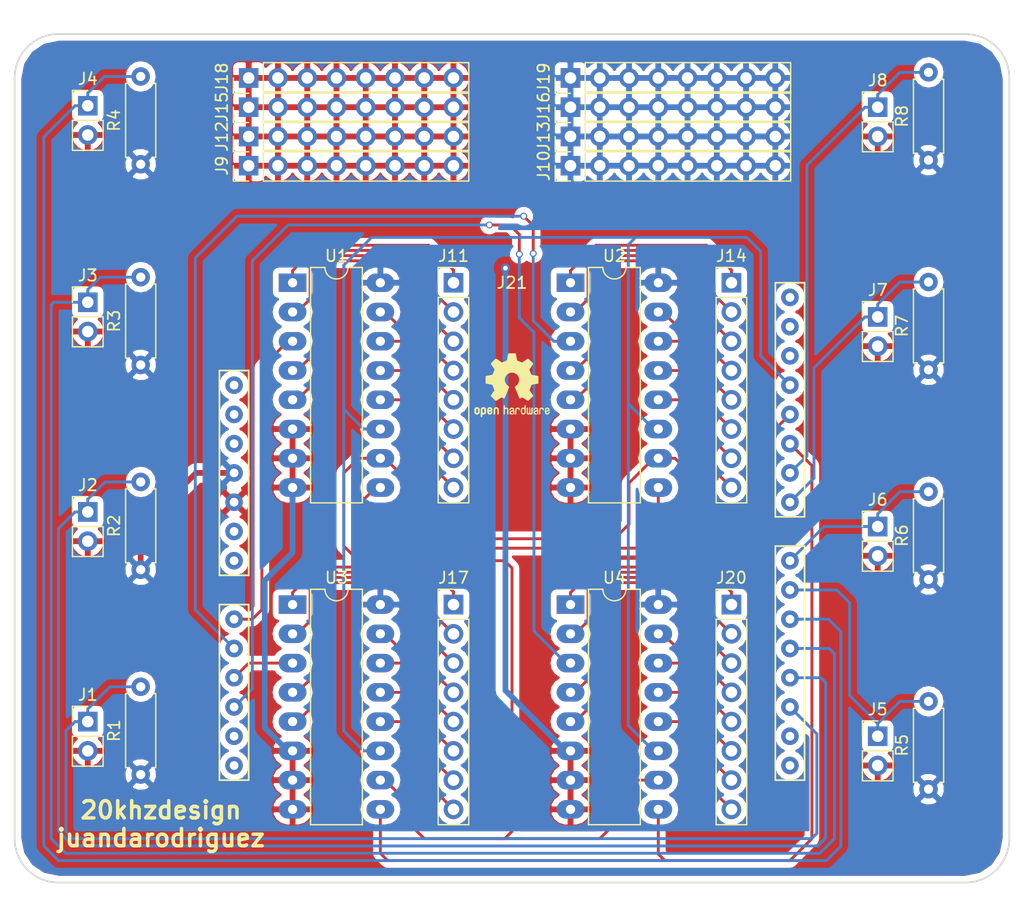
<source format=kicad_pcb>
(kicad_pcb (version 4) (host pcbnew 4.0.7)
  (title_block (title "8 channels midi controller") (date 2017-10-26) (company 20khzdesign) (comment 1 "juanda rodriguez") (comment 2 piero))
  (layers (0 F.Cu signal) (31 B.Cu signal) (34 B.Paste user) (35 F.Paste user) (36 B.SilkS user) (37 F.SilkS user) (38 B.Mask user) (39 F.Mask user) (44 Edge.Cuts user))
  (net 0 "")
  (net 1 D2)
  (net 2 GND)
  (net 3 D3)
  (net 4 D4)
  (net 5 D5)
  (net 6 +5V)
  (net 7 P0_0)
  (net 8 P0_1)
  (net 9 P0_2)
  (net 10 P0_3)
  (net 11 P1_0)
  (net 12 P1_1)
  (net 13 P1_2)
  (net 14 P1_3)
  (net 15 P2_0)
  (net 16 P2_1)
  (net 17 P2_2)
  (net 18 P2_3)
  (net 19 P3_0)
  (net 20 P3_1)
  (net 21 P3_2)
  (net 22 P3_3)
  (net 23 D6)
  (net 24 D7)
  (net 25 D8)
  (net 26 D9)
  (net 27 P4_0)
  (net 28 P4_1)
  (net 29 P4_2)
  (net 30 P4_3)
  (net 31 P5_0)
  (net 32 P5_1)
  (net 33 P5_2)
  (net 34 P5_3)
  (net 35 P6_0)
  (net 36 P6_1)
  (net 37 P6_2)
  (net 38 P6_3)
  (net 39 P7_0)
  (net 40 P7_1)
  (net 41 P7_2)
  (net 42 P7_3)
  (net 43 D12)
  (net 44 D11)
  (net 45 D10)
  (net 46 A0)
  (net 47 A1)
  (net 48 A2)
  (net 49 A3)
  (net 50 "Net-(J21-Pad1)")
  (net 51 "Net-(J21-Pad2)")
  (net 52 "Net-(J21-Pad3)")
  (net 53 "Net-(J21-Pad6)")
  (net 54 "Net-(J21-Pad7)")
  (net 55 "Net-(J21-Pad12)")
  (net 56 "Net-(J21-Pad13)")
  (net 57 "Net-(J21-Pad14)")
  (net 58 "Net-(J21-Pad15)")
  (net 59 "Net-(J21-Pad27)")
  (net 60 "Net-(J21-Pad28)")
  (net 61 "Net-(J21-Pad29)")
  (module Housings_DIP:DIP-16_W7.62mm_LongPads (layer F.Cu) (at 135.8905 86.3603)
    (fp_text reference U1 (at 3.81 -2.33) (layer F.SilkS))
    (fp_text value 4051)
    (pad 1 thru_hole rect (at 0 0) (size 2.4 1.6) (drill 0.8) (layers *.Cu *.Mask) (net 7 P0_0))
    (pad 9 thru_hole oval (at 7.62 17.78) (size 2.4 1.6) (drill 0.8) (layers *.Cu *.Mask) (net 45 D10))
    (pad 2 thru_hole oval (at 0 2.54) (size 2.4 1.6) (drill 0.8) (layers *.Cu *.Mask) (net 11 P1_0))
    (pad 10 thru_hole oval (at 7.62 15.24) (size 2.4 1.6) (drill 0.8) (layers *.Cu *.Mask) (net 44 D11))
    (pad 3 thru_hole oval (at 0 5.08) (size 2.4 1.6) (drill 0.8) (layers *.Cu *.Mask) (net 46 A0))
    (pad 11 thru_hole oval (at 7.62 12.7) (size 2.4 1.6) (drill 0.8) (layers *.Cu *.Mask) (net 43 D12))
    (pad 4 thru_hole oval (at 0 7.62) (size 2.4 1.6) (drill 0.8) (layers *.Cu *.Mask) (net 15 P2_0))
    (pad 12 thru_hole oval (at 7.62 10.16) (size 2.4 1.6) (drill 0.8) (layers *.Cu *.Mask) (net 39 P7_0))
    (pad 5 thru_hole oval (at 0 10.16) (size 2.4 1.6) (drill 0.8) (layers *.Cu *.Mask) (net 19 P3_0))
    (pad 13 thru_hole oval (at 7.62 7.62) (size 2.4 1.6) (drill 0.8) (layers *.Cu *.Mask) (net 35 P6_0))
    (pad 6 thru_hole oval (at 0 12.7) (size 2.4 1.6) (drill 0.8) (layers *.Cu *.Mask) (net 2 GND))
    (pad 14 thru_hole oval (at 7.62 5.08) (size 2.4 1.6) (drill 0.8) (layers *.Cu *.Mask) (net 31 P5_0))
    (pad 7 thru_hole oval (at 0 15.24) (size 2.4 1.6) (drill 0.8) (layers *.Cu *.Mask) (net 2 GND))
    (pad 15 thru_hole oval (at 7.62 2.54) (size 2.4 1.6) (drill 0.8) (layers *.Cu *.Mask) (net 27 P4_0))
    (pad 8 thru_hole oval (at 0 17.78) (size 2.4 1.6) (drill 0.8) (layers *.Cu *.Mask) (net 2 GND))
    (pad 16 thru_hole oval (at 7.62 0) (size 2.4 1.6) (drill 0.8) (layers *.Cu *.Mask) (net 6 +5V))
  )
  (module Pin_Headers:Pin_Header_Straight_1x02_Pitch2.54mm (layer F.Cu) (at 118.1105 124.460299)
    (fp_text reference J1 (at 0 -2.33) (layer F.SilkS))
    (fp_text value Conn_01x02_Male)
    (pad 1 thru_hole rect (at 0 0) (size 1.7 1.7) (drill 1) (layers *.Cu *.Mask) (net 1 D2))
    (pad 2 thru_hole oval (at 0 2.54) (size 1.7 1.7) (drill 1) (layers *.Cu *.Mask) (net 2 GND))
  )
  (module Pin_Headers:Pin_Header_Straight_1x02_Pitch2.54mm (layer F.Cu) (at 118.1105 106.256966)
    (fp_text reference J2 (at 0 -2.33) (layer F.SilkS))
    (fp_text value Conn_01x02_Male)
    (pad 1 thru_hole rect (at 0 0) (size 1.7 1.7) (drill 1) (layers *.Cu *.Mask) (net 3 D3))
    (pad 2 thru_hole oval (at 0 2.54) (size 1.7 1.7) (drill 1) (layers *.Cu *.Mask) (net 2 GND))
  )
  (module Pin_Headers:Pin_Header_Straight_1x02_Pitch2.54mm (layer F.Cu) (at 118.1105 88.053633)
    (fp_text reference J3 (at 0 -2.33) (layer F.SilkS))
    (fp_text value Conn_01x02_Male)
    (pad 1 thru_hole rect (at 0 0) (size 1.7 1.7) (drill 1) (layers *.Cu *.Mask) (net 4 D4))
    (pad 2 thru_hole oval (at 0 2.54) (size 1.7 1.7) (drill 1) (layers *.Cu *.Mask) (net 2 GND))
  )
  (module Pin_Headers:Pin_Header_Straight_1x02_Pitch2.54mm (layer F.Cu) (at 118.1105 70.9933)
    (fp_text reference J4 (at 0 -2.33) (layer F.SilkS))
    (fp_text value Conn_01x02_Male)
    (pad 1 thru_hole rect (at 0 0) (size 1.7 1.7) (drill 1) (layers *.Cu *.Mask) (net 5 D5))
    (pad 2 thru_hole oval (at 0 2.54) (size 1.7 1.7) (drill 1) (layers *.Cu *.Mask) (net 2 GND))
  )
  (module Resistors_THT:R_Axial_DIN0207_L6.3mm_D2.5mm_P7.62mm_Horizontal (layer F.Cu) (at 122.703594 129.054324 90)
    (fp_text reference R1 (at 3.81 -2.31 90) (layer F.SilkS))
    (fp_text value 2.2k)
    (pad 1 thru_hole circle (at 0 0 90) (size 1.6 1.6) (drill 0.8) (layers *.Cu *.Mask) (net 6 +5V))
    (pad 2 thru_hole oval (at 7.62 0 90) (size 1.6 1.6) (drill 0.8) (layers *.Cu *.Mask) (net 1 D2))
  )
  (module Resistors_THT:R_Axial_DIN0207_L6.3mm_D2.5mm_P7.62mm_Horizontal (layer F.Cu) (at 122.703594 111.274324 90)
    (fp_text reference R2 (at 3.81 -2.31 90) (layer F.SilkS))
    (fp_text value 2.2k)
    (pad 1 thru_hole circle (at 0 0 90) (size 1.6 1.6) (drill 0.8) (layers *.Cu *.Mask) (net 6 +5V))
    (pad 2 thru_hole oval (at 7.62 0 90) (size 1.6 1.6) (drill 0.8) (layers *.Cu *.Mask) (net 3 D3))
  )
  (module Resistors_THT:R_Axial_DIN0207_L6.3mm_D2.5mm_P7.62mm_Horizontal (layer F.Cu) (at 122.703594 93.494324 90)
    (fp_text reference R3 (at 3.81 -2.31 90) (layer F.SilkS))
    (fp_text value 2.2k)
    (pad 1 thru_hole circle (at 0 0 90) (size 1.6 1.6) (drill 0.8) (layers *.Cu *.Mask) (net 6 +5V))
    (pad 2 thru_hole oval (at 7.62 0 90) (size 1.6 1.6) (drill 0.8) (layers *.Cu *.Mask) (net 4 D4))
  )
  (module Resistors_THT:R_Axial_DIN0207_L6.3mm_D2.5mm_P7.62mm_Horizontal (layer F.Cu) (at 122.703594 76.0733 90)
    (fp_text reference R4 (at 3.81 -2.31 90) (layer F.SilkS))
    (fp_text value 2.2k)
    (pad 1 thru_hole circle (at 0 0 90) (size 1.6 1.6) (drill 0.8) (layers *.Cu *.Mask) (net 6 +5V))
    (pad 2 thru_hole oval (at 7.62 0 90) (size 1.6 1.6) (drill 0.8) (layers *.Cu *.Mask) (net 5 D5))
  )
  (module Resistors_THT:R_Axial_DIN0207_L6.3mm_D2.5mm_P7.62mm_Horizontal (layer F.Cu) (at 191.102162 130.324323 90)
    (fp_text reference R5 (at 3.81 -2.31 90) (layer F.SilkS))
    (fp_text value 2.2k)
    (pad 1 thru_hole circle (at 0 0 90) (size 1.6 1.6) (drill 0.8) (layers *.Cu *.Mask) (net 6 +5V))
    (pad 2 thru_hole oval (at 7.62 0 90) (size 1.6 1.6) (drill 0.8) (layers *.Cu *.Mask) (net 23 D6))
  )
  (module Resistors_THT:R_Axial_DIN0207_L6.3mm_D2.5mm_P7.62mm_Horizontal (layer F.Cu) (at 191.102162 112.12099 90)
    (fp_text reference R6 (at 3.81 -2.31 90) (layer F.SilkS))
    (fp_text value 2.2k)
    (pad 1 thru_hole circle (at 0 0 90) (size 1.6 1.6) (drill 0.8) (layers *.Cu *.Mask) (net 6 +5V))
    (pad 2 thru_hole oval (at 7.62 0 90) (size 1.6 1.6) (drill 0.8) (layers *.Cu *.Mask) (net 24 D7))
  )
  (module Resistors_THT:R_Axial_DIN0207_L6.3mm_D2.5mm_P7.62mm_Horizontal (layer F.Cu) (at 191.102162 93.917657 90)
    (fp_text reference R7 (at 3.81 -2.31 90) (layer F.SilkS))
    (fp_text value 2.2k)
    (pad 1 thru_hole circle (at 0 0 90) (size 1.6 1.6) (drill 0.8) (layers *.Cu *.Mask) (net 6 +5V))
    (pad 2 thru_hole oval (at 7.62 0 90) (size 1.6 1.6) (drill 0.8) (layers *.Cu *.Mask) (net 25 D8))
  )
  (module Resistors_THT:R_Axial_DIN0207_L6.3mm_D2.5mm_P7.62mm_Horizontal (layer F.Cu) (at 191.102162 75.714324 90)
    (fp_text reference R8 (at 3.81 -2.31 90) (layer F.SilkS))
    (fp_text value 2.2k)
    (pad 1 thru_hole circle (at 0 0 90) (size 1.6 1.6) (drill 0.8) (layers *.Cu *.Mask) (net 6 +5V))
    (pad 2 thru_hole oval (at 7.62 0 90) (size 1.6 1.6) (drill 0.8) (layers *.Cu *.Mask) (net 26 D9))
  )
  (module Housings_DIP:DIP-16_W7.62mm_LongPads (layer F.Cu) (at 160.0205 86.3603)
    (fp_text reference U2 (at 3.81 -2.33) (layer F.SilkS))
    (fp_text value 4051)
    (pad 1 thru_hole rect (at 0 0) (size 2.4 1.6) (drill 0.8) (layers *.Cu *.Mask) (net 8 P0_1))
    (pad 9 thru_hole oval (at 7.62 17.78) (size 2.4 1.6) (drill 0.8) (layers *.Cu *.Mask) (net 45 D10))
    (pad 2 thru_hole oval (at 0 2.54) (size 2.4 1.6) (drill 0.8) (layers *.Cu *.Mask) (net 12 P1_1))
    (pad 10 thru_hole oval (at 7.62 15.24) (size 2.4 1.6) (drill 0.8) (layers *.Cu *.Mask) (net 44 D11))
    (pad 3 thru_hole oval (at 0 5.08) (size 2.4 1.6) (drill 0.8) (layers *.Cu *.Mask) (net 47 A1))
    (pad 11 thru_hole oval (at 7.62 12.7) (size 2.4 1.6) (drill 0.8) (layers *.Cu *.Mask) (net 43 D12))
    (pad 4 thru_hole oval (at 0 7.62) (size 2.4 1.6) (drill 0.8) (layers *.Cu *.Mask) (net 16 P2_1))
    (pad 12 thru_hole oval (at 7.62 10.16) (size 2.4 1.6) (drill 0.8) (layers *.Cu *.Mask) (net 40 P7_1))
    (pad 5 thru_hole oval (at 0 10.16) (size 2.4 1.6) (drill 0.8) (layers *.Cu *.Mask) (net 20 P3_1))
    (pad 13 thru_hole oval (at 7.62 7.62) (size 2.4 1.6) (drill 0.8) (layers *.Cu *.Mask) (net 36 P6_1))
    (pad 6 thru_hole oval (at 0 12.7) (size 2.4 1.6) (drill 0.8) (layers *.Cu *.Mask) (net 2 GND))
    (pad 14 thru_hole oval (at 7.62 5.08) (size 2.4 1.6) (drill 0.8) (layers *.Cu *.Mask) (net 32 P5_1))
    (pad 7 thru_hole oval (at 0 15.24) (size 2.4 1.6) (drill 0.8) (layers *.Cu *.Mask) (net 2 GND))
    (pad 15 thru_hole oval (at 7.62 2.54) (size 2.4 1.6) (drill 0.8) (layers *.Cu *.Mask) (net 28 P4_1))
    (pad 8 thru_hole oval (at 0 17.78) (size 2.4 1.6) (drill 0.8) (layers *.Cu *.Mask) (net 2 GND))
    (pad 16 thru_hole oval (at 7.62 0) (size 2.4 1.6) (drill 0.8) (layers *.Cu *.Mask) (net 6 +5V))
  )
  (module Housings_DIP:DIP-16_W7.62mm_LongPads (layer F.Cu) (at 135.8905 114.3003)
    (fp_text reference U3 (at 3.81 -2.33) (layer F.SilkS))
    (fp_text value 4051)
    (pad 1 thru_hole rect (at 0 0) (size 2.4 1.6) (drill 0.8) (layers *.Cu *.Mask) (net 9 P0_2))
    (pad 9 thru_hole oval (at 7.62 17.78) (size 2.4 1.6) (drill 0.8) (layers *.Cu *.Mask) (net 45 D10))
    (pad 2 thru_hole oval (at 0 2.54) (size 2.4 1.6) (drill 0.8) (layers *.Cu *.Mask) (net 13 P1_2))
    (pad 10 thru_hole oval (at 7.62 15.24) (size 2.4 1.6) (drill 0.8) (layers *.Cu *.Mask) (net 44 D11))
    (pad 3 thru_hole oval (at 0 5.08) (size 2.4 1.6) (drill 0.8) (layers *.Cu *.Mask) (net 48 A2))
    (pad 11 thru_hole oval (at 7.62 12.7) (size 2.4 1.6) (drill 0.8) (layers *.Cu *.Mask) (net 43 D12))
    (pad 4 thru_hole oval (at 0 7.62) (size 2.4 1.6) (drill 0.8) (layers *.Cu *.Mask) (net 17 P2_2))
    (pad 12 thru_hole oval (at 7.62 10.16) (size 2.4 1.6) (drill 0.8) (layers *.Cu *.Mask) (net 41 P7_2))
    (pad 5 thru_hole oval (at 0 10.16) (size 2.4 1.6) (drill 0.8) (layers *.Cu *.Mask) (net 21 P3_2))
    (pad 13 thru_hole oval (at 7.62 7.62) (size 2.4 1.6) (drill 0.8) (layers *.Cu *.Mask) (net 37 P6_2))
    (pad 6 thru_hole oval (at 0 12.7) (size 2.4 1.6) (drill 0.8) (layers *.Cu *.Mask) (net 2 GND))
    (pad 14 thru_hole oval (at 7.62 5.08) (size 2.4 1.6) (drill 0.8) (layers *.Cu *.Mask) (net 33 P5_2))
    (pad 7 thru_hole oval (at 0 15.24) (size 2.4 1.6) (drill 0.8) (layers *.Cu *.Mask) (net 2 GND))
    (pad 15 thru_hole oval (at 7.62 2.54) (size 2.4 1.6) (drill 0.8) (layers *.Cu *.Mask) (net 29 P4_2))
    (pad 8 thru_hole oval (at 0 17.78) (size 2.4 1.6) (drill 0.8) (layers *.Cu *.Mask) (net 2 GND))
    (pad 16 thru_hole oval (at 7.62 0) (size 2.4 1.6) (drill 0.8) (layers *.Cu *.Mask) (net 6 +5V))
  )
  (module Housings_DIP:DIP-16_W7.62mm_LongPads (layer F.Cu) (at 160.0205 114.3003)
    (fp_text reference U4 (at 3.81 -2.33) (layer F.SilkS))
    (fp_text value 4051)
    (pad 1 thru_hole rect (at 0 0) (size 2.4 1.6) (drill 0.8) (layers *.Cu *.Mask) (net 10 P0_3))
    (pad 9 thru_hole oval (at 7.62 17.78) (size 2.4 1.6) (drill 0.8) (layers *.Cu *.Mask) (net 45 D10))
    (pad 2 thru_hole oval (at 0 2.54) (size 2.4 1.6) (drill 0.8) (layers *.Cu *.Mask) (net 14 P1_3))
    (pad 10 thru_hole oval (at 7.62 15.24) (size 2.4 1.6) (drill 0.8) (layers *.Cu *.Mask) (net 44 D11))
    (pad 3 thru_hole oval (at 0 5.08) (size 2.4 1.6) (drill 0.8) (layers *.Cu *.Mask) (net 49 A3))
    (pad 11 thru_hole oval (at 7.62 12.7) (size 2.4 1.6) (drill 0.8) (layers *.Cu *.Mask) (net 43 D12))
    (pad 4 thru_hole oval (at 0 7.62) (size 2.4 1.6) (drill 0.8) (layers *.Cu *.Mask) (net 18 P2_3))
    (pad 12 thru_hole oval (at 7.62 10.16) (size 2.4 1.6) (drill 0.8) (layers *.Cu *.Mask) (net 42 P7_3))
    (pad 5 thru_hole oval (at 0 10.16) (size 2.4 1.6) (drill 0.8) (layers *.Cu *.Mask) (net 22 P3_3))
    (pad 13 thru_hole oval (at 7.62 7.62) (size 2.4 1.6) (drill 0.8) (layers *.Cu *.Mask) (net 38 P6_3))
    (pad 6 thru_hole oval (at 0 12.7) (size 2.4 1.6) (drill 0.8) (layers *.Cu *.Mask) (net 2 GND))
    (pad 14 thru_hole oval (at 7.62 5.08) (size 2.4 1.6) (drill 0.8) (layers *.Cu *.Mask) (net 34 P5_3))
    (pad 7 thru_hole oval (at 0 15.24) (size 2.4 1.6) (drill 0.8) (layers *.Cu *.Mask) (net 2 GND))
    (pad 15 thru_hole oval (at 7.62 2.54) (size 2.4 1.6) (drill 0.8) (layers *.Cu *.Mask) (net 30 P4_3))
    (pad 8 thru_hole oval (at 0 17.78) (size 2.4 1.6) (drill 0.8) (layers *.Cu *.Mask) (net 2 GND))
    (pad 16 thru_hole oval (at 7.62 0) (size 2.4 1.6) (drill 0.8) (layers *.Cu *.Mask) (net 6 +5V))
  )
  (module Pin_Headers:Pin_Header_Straight_1x02_Pitch2.54mm (layer F.Cu) (at 186.6905 125.730299)
    (fp_text reference J5 (at 0 -2.33) (layer F.SilkS))
    (fp_text value Conn_01x02_Male)
    (pad 1 thru_hole rect (at 0 0) (size 1.7 1.7) (drill 1) (layers *.Cu *.Mask) (net 23 D6))
    (pad 2 thru_hole oval (at 0 2.54) (size 1.7 1.7) (drill 1) (layers *.Cu *.Mask) (net 2 GND))
  )
  (module Pin_Headers:Pin_Header_Straight_1x02_Pitch2.54mm (layer F.Cu) (at 186.6905 107.526966)
    (fp_text reference J6 (at 0 -2.33) (layer F.SilkS))
    (fp_text value Conn_01x02_Male)
    (pad 1 thru_hole rect (at 0 0) (size 1.7 1.7) (drill 1) (layers *.Cu *.Mask) (net 24 D7))
    (pad 2 thru_hole oval (at 0 2.54) (size 1.7 1.7) (drill 1) (layers *.Cu *.Mask) (net 2 GND))
  )
  (module Pin_Headers:Pin_Header_Straight_1x02_Pitch2.54mm (layer F.Cu) (at 186.6905 89.323633)
    (fp_text reference J7 (at 0 -2.33) (layer F.SilkS))
    (fp_text value Conn_01x02_Male)
    (pad 1 thru_hole rect (at 0 0) (size 1.7 1.7) (drill 1) (layers *.Cu *.Mask) (net 25 D8))
    (pad 2 thru_hole oval (at 0 2.54) (size 1.7 1.7) (drill 1) (layers *.Cu *.Mask) (net 2 GND))
  )
  (module Pin_Headers:Pin_Header_Straight_1x02_Pitch2.54mm (layer F.Cu) (at 186.6905 71.1203)
    (fp_text reference J8 (at 0 -2.33) (layer F.SilkS))
    (fp_text value Conn_01x02_Male)
    (pad 1 thru_hole rect (at 0 0) (size 1.7 1.7) (drill 1) (layers *.Cu *.Mask) (net 26 D9))
    (pad 2 thru_hole oval (at 0 2.54) (size 1.7 1.7) (drill 1) (layers *.Cu *.Mask) (net 2 GND))
  )
  (module Pin_Headers:Pin_Header_Straight_1x08_Pitch2.54mm (layer F.Cu) (at 132.0805 76.2003 90)
    (fp_text reference J9 (at 0 -2.33 90) (layer F.SilkS))
    (fp_text value Conn_01x08_Male)
    (pad 1 thru_hole rect (at 0 0 90) (size 1.7 1.7) (drill 1) (layers *.Cu *.Mask) (net 2 GND))
    (pad 2 thru_hole oval (at 0 2.54 90) (size 1.7 1.7) (drill 1) (layers *.Cu *.Mask) (net 2 GND))
    (pad 3 thru_hole oval (at 0 5.08 90) (size 1.7 1.7) (drill 1) (layers *.Cu *.Mask) (net 2 GND))
    (pad 4 thru_hole oval (at 0 7.62 90) (size 1.7 1.7) (drill 1) (layers *.Cu *.Mask) (net 2 GND))
    (pad 5 thru_hole oval (at 0 10.16 90) (size 1.7 1.7) (drill 1) (layers *.Cu *.Mask) (net 2 GND))
    (pad 6 thru_hole oval (at 0 12.7 90) (size 1.7 1.7) (drill 1) (layers *.Cu *.Mask) (net 2 GND))
    (pad 7 thru_hole oval (at 0 15.24 90) (size 1.7 1.7) (drill 1) (layers *.Cu *.Mask) (net 2 GND))
    (pad 8 thru_hole oval (at 0 17.78 90) (size 1.7 1.7) (drill 1) (layers *.Cu *.Mask) (net 2 GND))
  )
  (module Pin_Headers:Pin_Header_Straight_1x08_Pitch2.54mm (layer F.Cu) (at 160.0205 76.2003 90)
    (fp_text reference J10 (at 0 -2.33 90) (layer F.SilkS))
    (fp_text value Conn_01x08_Male)
    (pad 1 thru_hole rect (at 0 0 90) (size 1.7 1.7) (drill 1) (layers *.Cu *.Mask) (net 6 +5V))
    (pad 2 thru_hole oval (at 0 2.54 90) (size 1.7 1.7) (drill 1) (layers *.Cu *.Mask) (net 6 +5V))
    (pad 3 thru_hole oval (at 0 5.08 90) (size 1.7 1.7) (drill 1) (layers *.Cu *.Mask) (net 6 +5V))
    (pad 4 thru_hole oval (at 0 7.62 90) (size 1.7 1.7) (drill 1) (layers *.Cu *.Mask) (net 6 +5V))
    (pad 5 thru_hole oval (at 0 10.16 90) (size 1.7 1.7) (drill 1) (layers *.Cu *.Mask) (net 6 +5V))
    (pad 6 thru_hole oval (at 0 12.7 90) (size 1.7 1.7) (drill 1) (layers *.Cu *.Mask) (net 6 +5V))
    (pad 7 thru_hole oval (at 0 15.24 90) (size 1.7 1.7) (drill 1) (layers *.Cu *.Mask) (net 6 +5V))
    (pad 8 thru_hole oval (at 0 17.78 90) (size 1.7 1.7) (drill 1) (layers *.Cu *.Mask) (net 6 +5V))
  )
  (module Pin_Headers:Pin_Header_Straight_1x08_Pitch2.54mm (layer F.Cu) (at 149.8605 86.3603)
    (fp_text reference J11 (at 0 -2.33) (layer F.SilkS))
    (fp_text value Conn_01x08_Male)
    (pad 1 thru_hole rect (at 0 0) (size 1.7 1.7) (drill 1) (layers *.Cu *.Mask) (net 7 P0_0))
    (pad 2 thru_hole oval (at 0 2.54) (size 1.7 1.7) (drill 1) (layers *.Cu *.Mask) (net 11 P1_0))
    (pad 3 thru_hole oval (at 0 5.08) (size 1.7 1.7) (drill 1) (layers *.Cu *.Mask) (net 15 P2_0))
    (pad 4 thru_hole oval (at 0 7.62) (size 1.7 1.7) (drill 1) (layers *.Cu *.Mask) (net 19 P3_0))
    (pad 5 thru_hole oval (at 0 10.16) (size 1.7 1.7) (drill 1) (layers *.Cu *.Mask) (net 27 P4_0))
    (pad 6 thru_hole oval (at 0 12.7) (size 1.7 1.7) (drill 1) (layers *.Cu *.Mask) (net 31 P5_0))
    (pad 7 thru_hole oval (at 0 15.24) (size 1.7 1.7) (drill 1) (layers *.Cu *.Mask) (net 35 P6_0))
    (pad 8 thru_hole oval (at 0 17.78) (size 1.7 1.7) (drill 1) (layers *.Cu *.Mask) (net 39 P7_0))
  )
  (module Pin_Headers:Pin_Header_Straight_1x08_Pitch2.54mm (layer F.Cu) (at 132.0805 73.6603 90)
    (fp_text reference J12 (at 0 -2.33 90) (layer F.SilkS))
    (fp_text value Conn_01x08_Male)
    (pad 1 thru_hole rect (at 0 0 90) (size 1.7 1.7) (drill 1) (layers *.Cu *.Mask) (net 2 GND))
    (pad 2 thru_hole oval (at 0 2.54 90) (size 1.7 1.7) (drill 1) (layers *.Cu *.Mask) (net 2 GND))
    (pad 3 thru_hole oval (at 0 5.08 90) (size 1.7 1.7) (drill 1) (layers *.Cu *.Mask) (net 2 GND))
    (pad 4 thru_hole oval (at 0 7.62 90) (size 1.7 1.7) (drill 1) (layers *.Cu *.Mask) (net 2 GND))
    (pad 5 thru_hole oval (at 0 10.16 90) (size 1.7 1.7) (drill 1) (layers *.Cu *.Mask) (net 2 GND))
    (pad 6 thru_hole oval (at 0 12.7 90) (size 1.7 1.7) (drill 1) (layers *.Cu *.Mask) (net 2 GND))
    (pad 7 thru_hole oval (at 0 15.24 90) (size 1.7 1.7) (drill 1) (layers *.Cu *.Mask) (net 2 GND))
    (pad 8 thru_hole oval (at 0 17.78 90) (size 1.7 1.7) (drill 1) (layers *.Cu *.Mask) (net 2 GND))
  )
  (module Pin_Headers:Pin_Header_Straight_1x08_Pitch2.54mm (layer F.Cu) (at 160.0205 73.6603 90)
    (fp_text reference J13 (at 0 -2.33 90) (layer F.SilkS))
    (fp_text value Conn_01x08_Male)
    (pad 1 thru_hole rect (at 0 0 90) (size 1.7 1.7) (drill 1) (layers *.Cu *.Mask) (net 6 +5V))
    (pad 2 thru_hole oval (at 0 2.54 90) (size 1.7 1.7) (drill 1) (layers *.Cu *.Mask) (net 6 +5V))
    (pad 3 thru_hole oval (at 0 5.08 90) (size 1.7 1.7) (drill 1) (layers *.Cu *.Mask) (net 6 +5V))
    (pad 4 thru_hole oval (at 0 7.62 90) (size 1.7 1.7) (drill 1) (layers *.Cu *.Mask) (net 6 +5V))
    (pad 5 thru_hole oval (at 0 10.16 90) (size 1.7 1.7) (drill 1) (layers *.Cu *.Mask) (net 6 +5V))
    (pad 6 thru_hole oval (at 0 12.7 90) (size 1.7 1.7) (drill 1) (layers *.Cu *.Mask) (net 6 +5V))
    (pad 7 thru_hole oval (at 0 15.24 90) (size 1.7 1.7) (drill 1) (layers *.Cu *.Mask) (net 6 +5V))
    (pad 8 thru_hole oval (at 0 17.78 90) (size 1.7 1.7) (drill 1) (layers *.Cu *.Mask) (net 6 +5V))
  )
  (module Pin_Headers:Pin_Header_Straight_1x08_Pitch2.54mm (layer F.Cu) (at 173.9905 86.3603)
    (fp_text reference J14 (at 0 -2.33) (layer F.SilkS))
    (fp_text value Conn_01x08_Male)
    (pad 1 thru_hole rect (at 0 0) (size 1.7 1.7) (drill 1) (layers *.Cu *.Mask) (net 8 P0_1))
    (pad 2 thru_hole oval (at 0 2.54) (size 1.7 1.7) (drill 1) (layers *.Cu *.Mask) (net 12 P1_1))
    (pad 3 thru_hole oval (at 0 5.08) (size 1.7 1.7) (drill 1) (layers *.Cu *.Mask) (net 16 P2_1))
    (pad 4 thru_hole oval (at 0 7.62) (size 1.7 1.7) (drill 1) (layers *.Cu *.Mask) (net 20 P3_1))
    (pad 5 thru_hole oval (at 0 10.16) (size 1.7 1.7) (drill 1) (layers *.Cu *.Mask) (net 28 P4_1))
    (pad 6 thru_hole oval (at 0 12.7) (size 1.7 1.7) (drill 1) (layers *.Cu *.Mask) (net 32 P5_1))
    (pad 7 thru_hole oval (at 0 15.24) (size 1.7 1.7) (drill 1) (layers *.Cu *.Mask) (net 36 P6_1))
    (pad 8 thru_hole oval (at 0 17.78) (size 1.7 1.7) (drill 1) (layers *.Cu *.Mask) (net 40 P7_1))
  )
  (module Pin_Headers:Pin_Header_Straight_1x08_Pitch2.54mm (layer F.Cu) (at 132.0805 71.1203 90)
    (fp_text reference J15 (at 0 -2.33 90) (layer F.SilkS))
    (fp_text value Conn_01x08_Male)
    (pad 1 thru_hole rect (at 0 0 90) (size 1.7 1.7) (drill 1) (layers *.Cu *.Mask) (net 2 GND))
    (pad 2 thru_hole oval (at 0 2.54 90) (size 1.7 1.7) (drill 1) (layers *.Cu *.Mask) (net 2 GND))
    (pad 3 thru_hole oval (at 0 5.08 90) (size 1.7 1.7) (drill 1) (layers *.Cu *.Mask) (net 2 GND))
    (pad 4 thru_hole oval (at 0 7.62 90) (size 1.7 1.7) (drill 1) (layers *.Cu *.Mask) (net 2 GND))
    (pad 5 thru_hole oval (at 0 10.16 90) (size 1.7 1.7) (drill 1) (layers *.Cu *.Mask) (net 2 GND))
    (pad 6 thru_hole oval (at 0 12.7 90) (size 1.7 1.7) (drill 1) (layers *.Cu *.Mask) (net 2 GND))
    (pad 7 thru_hole oval (at 0 15.24 90) (size 1.7 1.7) (drill 1) (layers *.Cu *.Mask) (net 2 GND))
    (pad 8 thru_hole oval (at 0 17.78 90) (size 1.7 1.7) (drill 1) (layers *.Cu *.Mask) (net 2 GND))
  )
  (module Pin_Headers:Pin_Header_Straight_1x08_Pitch2.54mm (layer F.Cu) (at 160.0205 71.1203 90)
    (fp_text reference J16 (at 0 -2.33 90) (layer F.SilkS))
    (fp_text value Conn_01x08_Male)
    (pad 1 thru_hole rect (at 0 0 90) (size 1.7 1.7) (drill 1) (layers *.Cu *.Mask) (net 6 +5V))
    (pad 2 thru_hole oval (at 0 2.54 90) (size 1.7 1.7) (drill 1) (layers *.Cu *.Mask) (net 6 +5V))
    (pad 3 thru_hole oval (at 0 5.08 90) (size 1.7 1.7) (drill 1) (layers *.Cu *.Mask) (net 6 +5V))
    (pad 4 thru_hole oval (at 0 7.62 90) (size 1.7 1.7) (drill 1) (layers *.Cu *.Mask) (net 6 +5V))
    (pad 5 thru_hole oval (at 0 10.16 90) (size 1.7 1.7) (drill 1) (layers *.Cu *.Mask) (net 6 +5V))
    (pad 6 thru_hole oval (at 0 12.7 90) (size 1.7 1.7) (drill 1) (layers *.Cu *.Mask) (net 6 +5V))
    (pad 7 thru_hole oval (at 0 15.24 90) (size 1.7 1.7) (drill 1) (layers *.Cu *.Mask) (net 6 +5V))
    (pad 8 thru_hole oval (at 0 17.78 90) (size 1.7 1.7) (drill 1) (layers *.Cu *.Mask) (net 6 +5V))
  )
  (module Pin_Headers:Pin_Header_Straight_1x08_Pitch2.54mm (layer F.Cu) (at 149.8605 114.3003)
    (fp_text reference J17 (at 0 -2.33) (layer F.SilkS))
    (fp_text value Conn_01x08_Male)
    (pad 1 thru_hole rect (at 0 0) (size 1.7 1.7) (drill 1) (layers *.Cu *.Mask) (net 9 P0_2))
    (pad 2 thru_hole oval (at 0 2.54) (size 1.7 1.7) (drill 1) (layers *.Cu *.Mask) (net 13 P1_2))
    (pad 3 thru_hole oval (at 0 5.08) (size 1.7 1.7) (drill 1) (layers *.Cu *.Mask) (net 17 P2_2))
    (pad 4 thru_hole oval (at 0 7.62) (size 1.7 1.7) (drill 1) (layers *.Cu *.Mask) (net 21 P3_2))
    (pad 5 thru_hole oval (at 0 10.16) (size 1.7 1.7) (drill 1) (layers *.Cu *.Mask) (net 29 P4_2))
    (pad 6 thru_hole oval (at 0 12.7) (size 1.7 1.7) (drill 1) (layers *.Cu *.Mask) (net 33 P5_2))
    (pad 7 thru_hole oval (at 0 15.24) (size 1.7 1.7) (drill 1) (layers *.Cu *.Mask) (net 37 P6_2))
    (pad 8 thru_hole oval (at 0 17.78) (size 1.7 1.7) (drill 1) (layers *.Cu *.Mask) (net 41 P7_2))
  )
  (module Pin_Headers:Pin_Header_Straight_1x08_Pitch2.54mm (layer F.Cu) (at 132.0805 68.5803 90)
    (fp_text reference J18 (at 0 -2.33 90) (layer F.SilkS))
    (fp_text value Conn_01x08_Male)
    (pad 1 thru_hole rect (at 0 0 90) (size 1.7 1.7) (drill 1) (layers *.Cu *.Mask) (net 2 GND))
    (pad 2 thru_hole oval (at 0 2.54 90) (size 1.7 1.7) (drill 1) (layers *.Cu *.Mask) (net 2 GND))
    (pad 3 thru_hole oval (at 0 5.08 90) (size 1.7 1.7) (drill 1) (layers *.Cu *.Mask) (net 2 GND))
    (pad 4 thru_hole oval (at 0 7.62 90) (size 1.7 1.7) (drill 1) (layers *.Cu *.Mask) (net 2 GND))
    (pad 5 thru_hole oval (at 0 10.16 90) (size 1.7 1.7) (drill 1) (layers *.Cu *.Mask) (net 2 GND))
    (pad 6 thru_hole oval (at 0 12.7 90) (size 1.7 1.7) (drill 1) (layers *.Cu *.Mask) (net 2 GND))
    (pad 7 thru_hole oval (at 0 15.24 90) (size 1.7 1.7) (drill 1) (layers *.Cu *.Mask) (net 2 GND))
    (pad 8 thru_hole oval (at 0 17.78 90) (size 1.7 1.7) (drill 1) (layers *.Cu *.Mask) (net 2 GND))
  )
  (module Pin_Headers:Pin_Header_Straight_1x08_Pitch2.54mm (layer F.Cu) (at 160.0205 68.5803 90)
    (fp_text reference J19 (at 0 -2.33 90) (layer F.SilkS))
    (fp_text value Conn_01x08_Male)
    (pad 1 thru_hole rect (at 0 0 90) (size 1.7 1.7) (drill 1) (layers *.Cu *.Mask) (net 6 +5V))
    (pad 2 thru_hole oval (at 0 2.54 90) (size 1.7 1.7) (drill 1) (layers *.Cu *.Mask) (net 6 +5V))
    (pad 3 thru_hole oval (at 0 5.08 90) (size 1.7 1.7) (drill 1) (layers *.Cu *.Mask) (net 6 +5V))
    (pad 4 thru_hole oval (at 0 7.62 90) (size 1.7 1.7) (drill 1) (layers *.Cu *.Mask) (net 6 +5V))
    (pad 5 thru_hole oval (at 0 10.16 90) (size 1.7 1.7) (drill 1) (layers *.Cu *.Mask) (net 6 +5V))
    (pad 6 thru_hole oval (at 0 12.7 90) (size 1.7 1.7) (drill 1) (layers *.Cu *.Mask) (net 6 +5V))
    (pad 7 thru_hole oval (at 0 15.24 90) (size 1.7 1.7) (drill 1) (layers *.Cu *.Mask) (net 6 +5V))
    (pad 8 thru_hole oval (at 0 17.78 90) (size 1.7 1.7) (drill 1) (layers *.Cu *.Mask) (net 6 +5V))
  )
  (module Pin_Headers:Pin_Header_Straight_1x08_Pitch2.54mm (layer F.Cu) (at 173.9905 114.3003)
    (fp_text reference J20 (at 0 -2.33) (layer F.SilkS))
    (fp_text value Conn_01x08_Male)
    (pad 1 thru_hole rect (at 0 0) (size 1.7 1.7) (drill 1) (layers *.Cu *.Mask) (net 10 P0_3))
    (pad 2 thru_hole oval (at 0 2.54) (size 1.7 1.7) (drill 1) (layers *.Cu *.Mask) (net 14 P1_3))
    (pad 3 thru_hole oval (at 0 5.08) (size 1.7 1.7) (drill 1) (layers *.Cu *.Mask) (net 18 P2_3))
    (pad 4 thru_hole oval (at 0 7.62) (size 1.7 1.7) (drill 1) (layers *.Cu *.Mask) (net 22 P3_3))
    (pad 5 thru_hole oval (at 0 10.16) (size 1.7 1.7) (drill 1) (layers *.Cu *.Mask) (net 30 P4_3))
    (pad 6 thru_hole oval (at 0 12.7) (size 1.7 1.7) (drill 1) (layers *.Cu *.Mask) (net 34 P5_3))
    (pad 7 thru_hole oval (at 0 15.24) (size 1.7 1.7) (drill 1) (layers *.Cu *.Mask) (net 38 P6_3))
    (pad 8 thru_hole oval (at 0 17.78) (size 1.7 1.7) (drill 1) (layers *.Cu *.Mask) (net 42 P7_3))
  )
  (module arduino:arduinoUnoPinout (layer F.Cu) (at 154.9405 109.2203)
    (fp_text reference J21 (at 0 -22.86) (layer F.SilkS))
    (fp_text value arduinoUnoPinout)
    (pad 1 thru_hole circle (at -24.13 -13.97) (size 1.524 1.524) (drill 0.762) (layers *.Cu *.Mask) (net 50 "Net-(J21-Pad1)"))
    (pad 2 thru_hole circle (at -24.13 -11.43) (size 1.524 1.524) (drill 0.762) (layers *.Cu *.Mask) (net 51 "Net-(J21-Pad2)"))
    (pad 3 thru_hole circle (at -24.13 -8.89) (size 1.524 1.524) (drill 0.762) (layers *.Cu *.Mask) (net 52 "Net-(J21-Pad3)"))
    (pad 4 thru_hole circle (at -24.13 -6.35) (size 1.524 1.524) (drill 0.762) (layers *.Cu *.Mask) (net 6 +5V))
    (pad 5 thru_hole circle (at -24.13 -3.81) (size 1.524 1.524) (drill 0.762) (layers *.Cu *.Mask) (net 2 GND))
    (pad 6 thru_hole circle (at -24.13 -1.27) (size 1.524 1.524) (drill 0.762) (layers *.Cu *.Mask) (net 53 "Net-(J21-Pad6)"))
    (pad 7 thru_hole circle (at -24.13 1.27) (size 1.524 1.524) (drill 0.762) (layers *.Cu *.Mask) (net 54 "Net-(J21-Pad7)"))
    (pad 8 thru_hole circle (at -24.13 6.35) (size 1.524 1.524) (drill 0.762) (layers *.Cu *.Mask) (net 46 A0))
    (pad 9 thru_hole circle (at -24.13 8.89) (size 1.524 1.524) (drill 0.762) (layers *.Cu *.Mask) (net 47 A1))
    (pad 10 thru_hole circle (at -24.13 11.43) (size 1.524 1.524) (drill 0.762) (layers *.Cu *.Mask) (net 48 A2))
    (pad 11 thru_hole circle (at -24.13 13.97) (size 1.524 1.524) (drill 0.762) (layers *.Cu *.Mask) (net 49 A3))
    (pad 12 thru_hole circle (at -24.13 16.51) (size 1.524 1.524) (drill 0.762) (layers *.Cu *.Mask) (net 55 "Net-(J21-Pad12)"))
    (pad 13 thru_hole circle (at -24.13 19.05) (size 1.524 1.524) (drill 0.762) (layers *.Cu *.Mask) (net 56 "Net-(J21-Pad13)"))
    (pad 14 thru_hole circle (at 24.13 19.05) (size 1.524 1.524) (drill 0.762) (layers *.Cu *.Mask) (net 57 "Net-(J21-Pad14)"))
    (pad 15 thru_hole circle (at 24.13 16.51) (size 1.524 1.524) (drill 0.762) (layers *.Cu *.Mask) (net 58 "Net-(J21-Pad15)"))
    (pad 16 thru_hole circle (at 24.13 13.97) (size 1.524 1.524) (drill 0.762) (layers *.Cu *.Mask) (net 1 D2))
    (pad 17 thru_hole circle (at 24.13 11.43) (size 1.524 1.524) (drill 0.762) (layers *.Cu *.Mask) (net 3 D3))
    (pad 18 thru_hole circle (at 24.13 8.89) (size 1.524 1.524) (drill 0.762) (layers *.Cu *.Mask) (net 4 D4))
    (pad 19 thru_hole circle (at 24.13 6.35) (size 1.524 1.524) (drill 0.762) (layers *.Cu *.Mask) (net 5 D5))
    (pad 20 thru_hole circle (at 24.13 3.81) (size 1.524 1.524) (drill 0.762) (layers *.Cu *.Mask) (net 23 D6))
    (pad 21 thru_hole circle (at 24.13 1.27) (size 1.524 1.524) (drill 0.762) (layers *.Cu *.Mask) (net 24 D7))
    (pad 22 thru_hole circle (at 24.13 -3.81) (size 1.524 1.524) (drill 0.762) (layers *.Cu *.Mask) (net 25 D8))
    (pad 23 thru_hole circle (at 24.13 -6.35) (size 1.524 1.524) (drill 0.762) (layers *.Cu *.Mask) (net 26 D9))
    (pad 24 thru_hole circle (at 24.13 -8.89) (size 1.524 1.524) (drill 0.762) (layers *.Cu *.Mask) (net 45 D10))
    (pad 25 thru_hole circle (at 24.13 -11.43) (size 1.524 1.524) (drill 0.762) (layers *.Cu *.Mask) (net 44 D11))
    (pad 26 thru_hole circle (at 24.13 -13.97) (size 1.524 1.524) (drill 0.762) (layers *.Cu *.Mask) (net 43 D12))
    (pad 27 thru_hole circle (at 24.13 -16.51) (size 1.524 1.524) (drill 0.762) (layers *.Cu *.Mask) (net 59 "Net-(J21-Pad27)"))
    (pad 28 thru_hole circle (at 24.13 -19.05) (size 1.524 1.524) (drill 0.762) (layers *.Cu *.Mask) (net 60 "Net-(J21-Pad28)"))
    (pad 29 thru_hole circle (at 24.13 -21.59) (size 1.524 1.524) (drill 0.762) (layers *.Cu *.Mask) (net 61 "Net-(J21-Pad29)"))
  )
  (module Symbols:OSHW-Logo2_7.3x6mm_SilkScreen (layer F.Cu) (at 154.94 95.25)
    (fp_text reference REF*** hide)
    (fp_text value OSHW-Logo2_7.3x6mm_SilkScreen hide)
  )
  (gr_text "20khzdesign\njuandarodriguez" (at 124.46 133.35) (layer F.SilkS) (effects (font (size 1.5 1.5) (thickness 0.3))))
  (gr_line (start 111.76 134.62) (end 111.76 68.58) (layer Edge.Cuts) (width 0.15))
  (gr_line (start 194.31 138.43) (end 115.57 138.43) (layer Edge.Cuts) (width 0.15))
  (gr_line (start 198.12 68.58) (end 198.12 134.62) (layer Edge.Cuts) (width 0.15))
  (gr_line (start 115.57 64.77) (end 194.31 64.77) (layer Edge.Cuts) (width 0.15))
  (gr_arc (start 115.57 68.58) (end 111.76 68.58) (angle 90) (layer Edge.Cuts) (width 0.15))
  (gr_arc (start 115.57 134.62) (end 115.57 138.43) (angle 90) (layer Edge.Cuts) (width 0.15))
  (gr_arc (start 194.31 134.62) (end 198.12 134.62) (angle 90) (layer Edge.Cuts) (width 0.15))
  (gr_arc (start 194.31 68.58) (end 194.31 64.77) (angle 90) (layer Edge.Cuts) (width 0.15))
  (segment (start 181.4068 125.5266) (end 179.0705 123.1903) (width 0.25) (layer B.Cu) (net 1))
  (segment (start 180.9496 134.62) (end 181.4068 134.1628) (width 0.25) (layer B.Cu) (net 1))
  (segment (start 181.4068 134.1628) (end 181.4068 125.5266) (width 0.25) (layer B.Cu) (net 1))
  (segment (start 116.84141 134.62) (end 180.9496 134.62) (width 0.25) (layer B.Cu) (net 1))
  (segment (start 116.223211 134.001801) (end 116.84141 134.62) (width 0.25) (layer B.Cu) (net 1))
  (segment (start 117.0105 124.460299) (end 116.223211 125.247588) (width 0.25) (layer B.Cu) (net 1))
  (segment (start 118.1105 124.460299) (end 117.0105 124.460299) (width 0.25) (layer B.Cu) (net 1))
  (segment (start 116.223211 125.247588) (end 116.223211 134.001801) (width 0.25) (layer B.Cu) (net 1))
  (segment (start 122.703594 121.434324) (end 120.036475 121.434324) (width 0.25) (layer B.Cu) (net 1))
  (segment (start 120.036475 121.434324) (end 118.1105 123.360299) (width 0.25) (layer B.Cu) (net 1))
  (segment (start 118.1105 123.360299) (end 118.1105 124.460299) (width 0.25) (layer B.Cu) (net 1))
  (segment (start 133.477 112.2045) (end 133.477 124.9868) (width 0.5) (layer B.Cu) (net 2))
  (segment (start 133.477 124.9868) (end 135.4905 127.0003) (width 0.5) (layer B.Cu) (net 2))
  (segment (start 135.4905 127.0003) (end 135.8905 127.0003) (width 0.5) (layer B.Cu) (net 2))
  (segment (start 135.8905 109.791) (end 133.477 112.2045) (width 0.5) (layer B.Cu) (net 2))
  (segment (start 135.8905 104.1403) (end 135.8905 109.791) (width 0.5) (layer B.Cu) (net 2))
  (segment (start 149.8605 80.582) (end 154.3685 85.09) (width 0.5) (layer F.Cu) (net 2))
  (segment (start 149.8605 76.2003) (end 149.8605 80.582) (width 0.5) (layer F.Cu) (net 2))
  (segment (start 154.3685 121.7483) (end 154.3685 85.09) (width 0.5) (layer B.Cu) (net 2))
  (segment (start 159.6205 127.0003) (end 154.3685 121.7483) (width 0.5) (layer B.Cu) (net 2))
  (segment (start 160.0205 127.0003) (end 159.6205 127.0003) (width 0.5) (layer B.Cu) (net 2))
  (via (at 154.3685 85.09) (size 0.8) (drill 0.4) (layers F.Cu B.Cu) (net 2))
  (segment (start 118.1105 106.256966) (end 117.0105 106.256966) (width 0.25) (layer B.Cu) (net 3))
  (segment (start 117.0105 106.256966) (end 115.57 107.697466) (width 0.25) (layer B.Cu) (net 3))
  (segment (start 182.1688 134.5692) (end 182.1688 121.0564) (width 0.25) (layer B.Cu) (net 3))
  (segment (start 115.57 133.985) (end 116.84 135.255) (width 0.25) (layer B.Cu) (net 3))
  (segment (start 182.1688 121.0564) (end 181.7627 120.6503) (width 0.25) (layer B.Cu) (net 3))
  (segment (start 181.7627 120.6503) (end 179.0705 120.6503) (width 0.25) (layer B.Cu) (net 3))
  (segment (start 115.57 107.697466) (end 115.57 133.985) (width 0.25) (layer B.Cu) (net 3))
  (segment (start 116.84 135.255) (end 181.483 135.255) (width 0.25) (layer B.Cu) (net 3))
  (segment (start 181.483 135.255) (end 182.1688 134.5692) (width 0.25) (layer B.Cu) (net 3))
  (segment (start 122.703594 103.654324) (end 119.613142 103.654324) (width 0.25) (layer B.Cu) (net 3))
  (segment (start 119.613142 103.654324) (end 118.1105 105.156966) (width 0.25) (layer B.Cu) (net 3))
  (segment (start 118.1105 105.156966) (end 118.1105 106.256966) (width 0.25) (layer B.Cu) (net 3))
  (segment (start 118.1105 88.053633) (end 115.146367 88.053633) (width 0.25) (layer B.Cu) (net 4))
  (segment (start 115.146367 88.053633) (end 114.935 88.265) (width 0.25) (layer B.Cu) (net 4))
  (segment (start 114.935 88.265) (end 114.935 134.62) (width 0.25) (layer B.Cu) (net 4))
  (segment (start 114.935 134.62) (end 116.205 135.89) (width 0.25) (layer B.Cu) (net 4))
  (segment (start 116.205 135.89) (end 181.6608 135.89) (width 0.25) (layer B.Cu) (net 4))
  (segment (start 182.9308 134.62) (end 182.9308 118.5672) (width 0.25) (layer B.Cu) (net 4))
  (segment (start 182.9308 118.5672) (end 182.4739 118.1103) (width 0.25) (layer B.Cu) (net 4))
  (segment (start 181.6608 135.89) (end 182.9308 134.62) (width 0.25) (layer B.Cu) (net 4))
  (segment (start 182.4739 118.1103) (end 179.0705 118.1103) (width 0.25) (layer B.Cu) (net 4))
  (segment (start 122.703594 85.874324) (end 119.189809 85.874324) (width 0.25) (layer B.Cu) (net 4))
  (segment (start 119.189809 85.874324) (end 118.1105 86.953633) (width 0.25) (layer B.Cu) (net 4))
  (segment (start 118.1105 86.953633) (end 118.1105 88.053633) (width 0.25) (layer B.Cu) (net 4))
  (segment (start 118.1105 70.9933) (end 117.0105 70.9933) (width 0.25) (layer B.Cu) (net 5))
  (segment (start 117.0105 70.9933) (end 114.3 73.7038) (width 0.25) (layer B.Cu) (net 5))
  (segment (start 114.3 73.7038) (end 114.3 135.255) (width 0.25) (layer B.Cu) (net 5))
  (segment (start 114.3 135.255) (end 115.57 136.525) (width 0.25) (layer B.Cu) (net 5))
  (segment (start 115.57 136.525) (end 182.245 136.525) (width 0.25) (layer B.Cu) (net 5))
  (segment (start 182.245 136.525) (end 183.4896 135.2804) (width 0.25) (layer B.Cu) (net 5))
  (segment (start 183.4896 135.2804) (end 183.4896 116.6368) (width 0.25) (layer B.Cu) (net 5))
  (segment (start 183.4896 116.6368) (end 182.4231 115.5703) (width 0.25) (layer B.Cu) (net 5))
  (segment (start 182.4231 115.5703) (end 179.0705 115.5703) (width 0.25) (layer B.Cu) (net 5))
  (segment (start 122.703594 68.4533) (end 119.5505 68.4533) (width 0.25) (layer B.Cu) (net 5))
  (segment (start 119.5505 68.4533) (end 118.1105 69.8933) (width 0.25) (layer B.Cu) (net 5))
  (segment (start 118.1105 69.8933) (end 118.1105 70.9933) (width 0.25) (layer B.Cu) (net 5))
  (segment (start 122.703594 107.674406) (end 127.5077 102.8703) (width 0.5) (layer F.Cu) (net 6))
  (segment (start 127.5077 102.8703) (end 130.8105 102.8703) (width 0.5) (layer F.Cu) (net 6))
  (segment (start 122.703594 111.274324) (end 122.703594 107.674406) (width 0.5) (layer F.Cu) (net 6))
  (segment (start 147.705167 83.104967) (end 138.095833 83.104967) (width 0.25) (layer F.Cu) (net 7))
  (segment (start 138.095833 83.104967) (end 135.8905 85.3103) (width 0.25) (layer F.Cu) (net 7))
  (segment (start 149.8605 85.2603) (end 147.705167 83.104967) (width 0.25) (layer F.Cu) (net 7))
  (segment (start 149.8605 86.3603) (end 149.8605 85.2603) (width 0.25) (layer F.Cu) (net 7))
  (segment (start 135.8905 85.3103) (end 135.8905 86.3603) (width 0.25) (layer F.Cu) (net 7))
  (segment (start 162.225833 83.104967) (end 160.0205 85.3103) (width 0.25) (layer F.Cu) (net 8))
  (segment (start 160.0205 85.3103) (end 160.0205 86.3603) (width 0.25) (layer F.Cu) (net 8))
  (segment (start 173.9905 86.3603) (end 173.9905 85.2603) (width 0.25) (layer F.Cu) (net 8))
  (segment (start 173.9905 85.2603) (end 171.835167 83.104967) (width 0.25) (layer F.Cu) (net 8))
  (segment (start 171.835167 83.104967) (end 162.225833 83.104967) (width 0.25) (layer F.Cu) (net 8))
  (segment (start 138.095833 111.044967) (end 135.8905 113.2503) (width 0.25) (layer F.Cu) (net 9))
  (segment (start 135.8905 113.2503) (end 135.8905 114.3003) (width 0.25) (layer F.Cu) (net 9))
  (segment (start 149.8605 114.3003) (end 149.8605 113.2003) (width 0.25) (layer F.Cu) (net 9))
  (segment (start 149.8605 113.2003) (end 147.705167 111.044967) (width 0.25) (layer F.Cu) (net 9))
  (segment (start 147.705167 111.044967) (end 138.095833 111.044967) (width 0.25) (layer F.Cu) (net 9))
  (segment (start 162.225833 111.044967) (end 160.0205 113.2503) (width 0.25) (layer F.Cu) (net 10))
  (segment (start 160.0205 113.2503) (end 160.0205 114.3003) (width 0.25) (layer F.Cu) (net 10))
  (segment (start 173.9905 114.3003) (end 173.9905 113.2003) (width 0.25) (layer F.Cu) (net 10))
  (segment (start 173.9905 113.2003) (end 171.835167 111.044967) (width 0.25) (layer F.Cu) (net 10))
  (segment (start 171.835167 111.044967) (end 162.225833 111.044967) (width 0.25) (layer F.Cu) (net 10))
  (segment (start 137.415501 87.775299) (end 136.2905 88.9003) (width 0.25) (layer F.Cu) (net 11))
  (segment (start 136.2905 88.9003) (end 135.8905 88.9003) (width 0.25) (layer F.Cu) (net 11))
  (segment (start 146.4228 83.554978) (end 138.6922 83.554978) (width 0.25) (layer F.Cu) (net 11))
  (segment (start 138.6922 83.554978) (end 137.415501 84.831677) (width 0.25) (layer F.Cu) (net 11))
  (segment (start 137.415501 84.831677) (end 137.415501 87.775299) (width 0.25) (layer F.Cu) (net 11))
  (segment (start 149.8605 88.9003) (end 147.770011 86.809811) (width 0.25) (layer F.Cu) (net 11))
  (segment (start 147.770011 86.809811) (end 147.770011 84.90219) (width 0.25) (layer F.Cu) (net 11))
  (segment (start 147.770011 84.90219) (end 146.4228 83.554978) (width 0.25) (layer F.Cu) (net 11))
  (segment (start 171.900011 84.90219) (end 170.5528 83.554978) (width 0.25) (layer F.Cu) (net 12))
  (segment (start 171.900011 86.809811) (end 171.900011 84.90219) (width 0.25) (layer F.Cu) (net 12))
  (segment (start 160.4205 88.9003) (end 160.0205 88.9003) (width 0.25) (layer F.Cu) (net 12))
  (segment (start 173.9905 88.9003) (end 171.900011 86.809811) (width 0.25) (layer F.Cu) (net 12))
  (segment (start 161.545501 84.831677) (end 161.545501 87.775299) (width 0.25) (layer F.Cu) (net 12))
  (segment (start 162.8222 83.554978) (end 161.545501 84.831677) (width 0.25) (layer F.Cu) (net 12))
  (segment (start 170.5528 83.554978) (end 162.8222 83.554978) (width 0.25) (layer F.Cu) (net 12))
  (segment (start 161.545501 87.775299) (end 160.4205 88.9003) (width 0.25) (layer F.Cu) (net 12))
  (segment (start 147.770011 112.84219) (end 146.4228 111.494978) (width 0.25) (layer F.Cu) (net 13))
  (segment (start 147.770011 114.749811) (end 147.770011 112.84219) (width 0.25) (layer F.Cu) (net 13))
  (segment (start 136.2905 116.8403) (end 135.8905 116.8403) (width 0.25) (layer F.Cu) (net 13))
  (segment (start 149.8605 116.8403) (end 147.770011 114.749811) (width 0.25) (layer F.Cu) (net 13))
  (segment (start 137.415501 112.771677) (end 137.415501 115.715299) (width 0.25) (layer F.Cu) (net 13))
  (segment (start 138.6922 111.494978) (end 137.415501 112.771677) (width 0.25) (layer F.Cu) (net 13))
  (segment (start 146.4228 111.494978) (end 138.6922 111.494978) (width 0.25) (layer F.Cu) (net 13))
  (segment (start 137.415501 115.715299) (end 136.2905 116.8403) (width 0.25) (layer F.Cu) (net 13))
  (segment (start 171.900011 112.84219) (end 170.5528 111.494978) (width 0.25) (layer F.Cu) (net 14))
  (segment (start 171.900011 114.749811) (end 171.900011 112.84219) (width 0.25) (layer F.Cu) (net 14))
  (segment (start 160.4205 116.8403) (end 160.0205 116.8403) (width 0.25) (layer F.Cu) (net 14))
  (segment (start 173.9905 116.8403) (end 171.900011 114.749811) (width 0.25) (layer F.Cu) (net 14))
  (segment (start 161.545501 112.771677) (end 161.545501 115.715299) (width 0.25) (layer F.Cu) (net 14))
  (segment (start 162.8222 111.494978) (end 161.545501 112.771677) (width 0.25) (layer F.Cu) (net 14))
  (segment (start 170.5528 111.494978) (end 162.8222 111.494978) (width 0.25) (layer F.Cu) (net 14))
  (segment (start 161.545501 115.715299) (end 160.4205 116.8403) (width 0.25) (layer F.Cu) (net 14))
  (segment (start 147.32 85.08859) (end 146.2364 84.004989) (width 0.25) (layer F.Cu) (net 15))
  (segment (start 137.865512 85.018077) (end 137.865512 92.405288) (width 0.25) (layer F.Cu) (net 15))
  (segment (start 137.865512 92.405288) (end 136.2905 93.9803) (width 0.25) (layer F.Cu) (net 15))
  (segment (start 136.2905 93.9803) (end 135.8905 93.9803) (width 0.25) (layer F.Cu) (net 15))
  (segment (start 138.8786 84.004989) (end 137.865512 85.018077) (width 0.25) (layer F.Cu) (net 15))
  (segment (start 146.2364 84.004989) (end 138.8786 84.004989) (width 0.25) (layer F.Cu) (net 15))
  (segment (start 147.32 88.8998) (end 147.32 85.08859) (width 0.25) (layer F.Cu) (net 15))
  (segment (start 149.8605 91.4403) (end 147.32 88.8998) (width 0.25) (layer F.Cu) (net 15))
  (segment (start 173.9905 91.4403) (end 171.45 88.8998) (width 0.25) (layer F.Cu) (net 16))
  (segment (start 171.45 88.8998) (end 171.45 85.08859) (width 0.25) (layer F.Cu) (net 16))
  (segment (start 170.3664 84.004989) (end 163.0086 84.004989) (width 0.25) (layer F.Cu) (net 16))
  (segment (start 163.0086 84.004989) (end 161.995512 85.018077) (width 0.25) (layer F.Cu) (net 16))
  (segment (start 160.4205 93.9803) (end 160.0205 93.9803) (width 0.25) (layer F.Cu) (net 16))
  (segment (start 161.995512 92.405288) (end 160.4205 93.9803) (width 0.25) (layer F.Cu) (net 16))
  (segment (start 161.995512 85.018077) (end 161.995512 92.405288) (width 0.25) (layer F.Cu) (net 16))
  (segment (start 171.45 85.08859) (end 170.3664 84.004989) (width 0.25) (layer F.Cu) (net 16))
  (segment (start 149.8605 119.3803) (end 147.32 116.8398) (width 0.25) (layer F.Cu) (net 17))
  (segment (start 147.32 116.8398) (end 147.32 113.02859) (width 0.25) (layer F.Cu) (net 17))
  (segment (start 146.2364 111.944989) (end 138.8786 111.944989) (width 0.25) (layer F.Cu) (net 17))
  (segment (start 138.8786 111.944989) (end 137.865512 112.958077) (width 0.25) (layer F.Cu) (net 17))
  (segment (start 136.2905 121.9203) (end 135.8905 121.9203) (width 0.25) (layer F.Cu) (net 17))
  (segment (start 137.865512 120.345288) (end 136.2905 121.9203) (width 0.25) (layer F.Cu) (net 17))
  (segment (start 137.865512 112.958077) (end 137.865512 120.345288) (width 0.25) (layer F.Cu) (net 17))
  (segment (start 147.32 113.02859) (end 146.2364 111.944989) (width 0.25) (layer F.Cu) (net 17))
  (segment (start 173.9905 119.3803) (end 171.45 116.8398) (width 0.25) (layer F.Cu) (net 18))
  (segment (start 171.45 116.8398) (end 171.45 113.02859) (width 0.25) (layer F.Cu) (net 18))
  (segment (start 170.3664 111.944989) (end 163.0086 111.944989) (width 0.25) (layer F.Cu) (net 18))
  (segment (start 163.0086 111.944989) (end 161.995512 112.958077) (width 0.25) (layer F.Cu) (net 18))
  (segment (start 160.4205 121.9203) (end 160.0205 121.9203) (width 0.25) (layer F.Cu) (net 18))
  (segment (start 161.995512 120.345288) (end 160.4205 121.9203) (width 0.25) (layer F.Cu) (net 18))
  (segment (start 161.995512 112.958077) (end 161.995512 120.345288) (width 0.25) (layer F.Cu) (net 18))
  (segment (start 171.45 113.02859) (end 170.3664 111.944989) (width 0.25) (layer F.Cu) (net 18))
  (segment (start 149.8605 93.9803) (end 146.6852 90.805) (width 0.25) (layer F.Cu) (net 19))
  (segment (start 146.6852 90.805) (end 146.6852 85.0902) (width 0.25) (layer F.Cu) (net 19))
  (segment (start 146.6852 85.0902) (end 146.05 84.455) (width 0.25) (layer F.Cu) (net 19))
  (segment (start 146.05 84.455) (end 139.065 84.455) (width 0.25) (layer F.Cu) (net 19))
  (segment (start 139.065 84.455) (end 138.315521 85.204479) (width 0.25) (layer F.Cu) (net 19))
  (segment (start 138.315521 85.204479) (end 138.315521 94.495279) (width 0.25) (layer F.Cu) (net 19))
  (segment (start 138.315521 94.495279) (end 136.2905 96.5203) (width 0.25) (layer F.Cu) (net 19))
  (segment (start 136.2905 96.5203) (end 135.8905 96.5203) (width 0.25) (layer F.Cu) (net 19))
  (segment (start 160.4205 96.5203) (end 160.0205 96.5203) (width 0.25) (layer F.Cu) (net 20))
  (segment (start 162.445521 94.495279) (end 160.4205 96.5203) (width 0.25) (layer F.Cu) (net 20))
  (segment (start 162.445521 85.204479) (end 162.445521 94.495279) (width 0.25) (layer F.Cu) (net 20))
  (segment (start 170.18 84.455) (end 163.195 84.455) (width 0.25) (layer F.Cu) (net 20))
  (segment (start 170.8152 85.0902) (end 170.18 84.455) (width 0.25) (layer F.Cu) (net 20))
  (segment (start 163.195 84.455) (end 162.445521 85.204479) (width 0.25) (layer F.Cu) (net 20))
  (segment (start 170.8152 90.805) (end 170.8152 85.0902) (width 0.25) (layer F.Cu) (net 20))
  (segment (start 173.9905 93.9803) (end 170.8152 90.805) (width 0.25) (layer F.Cu) (net 20))
  (segment (start 136.2905 124.4603) (end 135.8905 124.4603) (width 0.25) (layer F.Cu) (net 21))
  (segment (start 138.315521 122.435279) (end 136.2905 124.4603) (width 0.25) (layer F.Cu) (net 21))
  (segment (start 138.315521 113.144479) (end 138.315521 122.435279) (width 0.25) (layer F.Cu) (net 21))
  (segment (start 146.05 112.395) (end 139.065 112.395) (width 0.25) (layer F.Cu) (net 21))
  (segment (start 146.6852 113.0302) (end 146.05 112.395) (width 0.25) (layer F.Cu) (net 21))
  (segment (start 139.065 112.395) (end 138.315521 113.144479) (width 0.25) (layer F.Cu) (net 21))
  (segment (start 146.6852 118.745) (end 146.6852 113.0302) (width 0.25) (layer F.Cu) (net 21))
  (segment (start 149.8605 121.9203) (end 146.6852 118.745) (width 0.25) (layer F.Cu) (net 21))
  (segment (start 160.4205 124.4603) (end 160.0205 124.4603) (width 0.25) (layer F.Cu) (net 22))
  (segment (start 162.445521 122.435279) (end 160.4205 124.4603) (width 0.25) (layer F.Cu) (net 22))
  (segment (start 162.445521 113.144479) (end 162.445521 122.435279) (width 0.25) (layer F.Cu) (net 22))
  (segment (start 170.18 112.395) (end 163.195 112.395) (width 0.25) (layer F.Cu) (net 22))
  (segment (start 170.8152 113.0302) (end 170.18 112.395) (width 0.25) (layer F.Cu) (net 22))
  (segment (start 163.195 112.395) (end 162.445521 113.144479) (width 0.25) (layer F.Cu) (net 22))
  (segment (start 170.8152 118.745) (end 170.8152 113.0302) (width 0.25) (layer F.Cu) (net 22))
  (segment (start 173.9905 121.9203) (end 170.8152 118.745) (width 0.25) (layer F.Cu) (net 22))
  (segment (start 184.2516 114.1476) (end 183.1343 113.0303) (width 0.25) (layer B.Cu) (net 23))
  (segment (start 183.1343 113.0303) (end 179.0705 113.0303) (width 0.25) (layer B.Cu) (net 23))
  (segment (start 184.2516 122.191399) (end 184.2516 114.1476) (width 0.25) (layer B.Cu) (net 23))
  (segment (start 186.6905 124.630299) (end 184.2516 122.191399) (width 0.25) (layer B.Cu) (net 23))
  (segment (start 191.102162 122.704323) (end 188.616476 122.704323) (width 0.25) (layer B.Cu) (net 23))
  (segment (start 188.616476 122.704323) (end 186.6905 124.630299) (width 0.25) (layer B.Cu) (net 23))
  (segment (start 186.6905 124.630299) (end 186.6905 125.730299) (width 0.25) (layer B.Cu) (net 23))
  (segment (start 186.6905 107.526966) (end 182.033834 107.526966) (width 0.25) (layer B.Cu) (net 24))
  (segment (start 182.033834 107.526966) (end 179.0705 110.4903) (width 0.25) (layer B.Cu) (net 24))
  (segment (start 191.102162 104.50099) (end 188.616476 104.50099) (width 0.25) (layer B.Cu) (net 24))
  (segment (start 188.616476 104.50099) (end 186.6905 106.426966) (width 0.25) (layer B.Cu) (net 24))
  (segment (start 186.6905 106.426966) (end 186.6905 107.526966) (width 0.25) (layer B.Cu) (net 24))
  (segment (start 181.1528 93.761333) (end 181.1528 103.328) (width 0.25) (layer B.Cu) (net 25))
  (segment (start 181.1528 103.328) (end 179.0705 105.4103) (width 0.25) (layer B.Cu) (net 25))
  (segment (start 186.6905 89.323633) (end 185.5905 89.323633) (width 0.25) (layer B.Cu) (net 25))
  (segment (start 185.5905 89.323633) (end 181.1528 93.761333) (width 0.25) (layer B.Cu) (net 25))
  (segment (start 191.102162 86.297657) (end 188.616476 86.297657) (width 0.25) (layer B.Cu) (net 25))
  (segment (start 188.616476 86.297657) (end 186.6905 88.223633) (width 0.25) (layer B.Cu) (net 25))
  (segment (start 186.6905 88.223633) (end 186.6905 89.323633) (width 0.25) (layer B.Cu) (net 25))
  (segment (start 180.5432 76.1676) (end 180.5432 101.3976) (width 0.25) (layer B.Cu) (net 26))
  (segment (start 180.5432 101.3976) (end 179.0705 102.8703) (width 0.25) (layer B.Cu) (net 26))
  (segment (start 186.6905 71.1203) (end 185.5905 71.1203) (width 0.25) (layer B.Cu) (net 26))
  (segment (start 185.5905 71.1203) (end 180.5432 76.1676) (width 0.25) (layer B.Cu) (net 26))
  (segment (start 191.102162 68.094324) (end 188.616476 68.094324) (width 0.25) (layer B.Cu) (net 26))
  (segment (start 188.616476 68.094324) (end 186.6905 70.0203) (width 0.25) (layer B.Cu) (net 26))
  (segment (start 186.6905 70.0203) (end 186.6905 71.1203) (width 0.25) (layer B.Cu) (net 26))
  (segment (start 143.9105 88.9003) (end 143.5105 88.9003) (width 0.25) (layer F.Cu) (net 27))
  (segment (start 147.770011 92.759811) (end 143.9105 88.9003) (width 0.25) (layer F.Cu) (net 27))
  (segment (start 147.770011 94.429811) (end 147.770011 92.759811) (width 0.25) (layer F.Cu) (net 27))
  (segment (start 149.8605 96.5203) (end 147.770011 94.429811) (width 0.25) (layer F.Cu) (net 27))
  (segment (start 173.9905 96.5203) (end 171.900011 94.429811) (width 0.25) (layer F.Cu) (net 28))
  (segment (start 168.0405 88.9003) (end 167.6405 88.9003) (width 0.25) (layer F.Cu) (net 28))
  (segment (start 171.900011 94.429811) (end 171.900011 92.759811) (width 0.25) (layer F.Cu) (net 28))
  (segment (start 171.900011 92.759811) (end 168.0405 88.9003) (width 0.25) (layer F.Cu) (net 28))
  (segment (start 149.8605 124.4603) (end 147.770011 122.369811) (width 0.25) (layer F.Cu) (net 29))
  (segment (start 143.9105 116.8403) (end 143.5105 116.8403) (width 0.25) (layer F.Cu) (net 29))
  (segment (start 147.770011 122.369811) (end 147.770011 120.699811) (width 0.25) (layer F.Cu) (net 29))
  (segment (start 147.770011 120.699811) (end 143.9105 116.8403) (width 0.25) (layer F.Cu) (net 29))
  (segment (start 173.9905 124.4603) (end 171.900011 122.369811) (width 0.25) (layer F.Cu) (net 30))
  (segment (start 168.0405 116.8403) (end 167.6405 116.8403) (width 0.25) (layer F.Cu) (net 30))
  (segment (start 171.900011 122.369811) (end 171.900011 120.699811) (width 0.25) (layer F.Cu) (net 30))
  (segment (start 171.900011 120.699811) (end 168.0405 116.8403) (width 0.25) (layer F.Cu) (net 30))
  (segment (start 147.32 93.345) (end 145.4153 91.4403) (width 0.25) (layer F.Cu) (net 31))
  (segment (start 145.4153 91.4403) (end 143.5105 91.4403) (width 0.25) (layer F.Cu) (net 31))
  (segment (start 149.8605 99.0603) (end 147.32 96.5198) (width 0.25) (layer F.Cu) (net 31))
  (segment (start 147.32 96.5198) (end 147.32 93.345) (width 0.25) (layer F.Cu) (net 31))
  (segment (start 171.45 96.5198) (end 171.45 93.345) (width 0.25) (layer F.Cu) (net 32))
  (segment (start 173.9905 99.0603) (end 171.45 96.5198) (width 0.25) (layer F.Cu) (net 32))
  (segment (start 169.5453 91.4403) (end 167.6405 91.4403) (width 0.25) (layer F.Cu) (net 32))
  (segment (start 171.45 93.345) (end 169.5453 91.4403) (width 0.25) (layer F.Cu) (net 32))
  (segment (start 147.32 124.4598) (end 147.32 121.285) (width 0.25) (layer F.Cu) (net 33))
  (segment (start 149.8605 127.0003) (end 147.32 124.4598) (width 0.25) (layer F.Cu) (net 33))
  (segment (start 145.4153 119.3803) (end 143.5105 119.3803) (width 0.25) (layer F.Cu) (net 33))
  (segment (start 147.32 121.285) (end 145.4153 119.3803) (width 0.25) (layer F.Cu) (net 33))
  (segment (start 171.45 124.4598) (end 171.45 121.285) (width 0.25) (layer F.Cu) (net 34))
  (segment (start 173.9905 127.0003) (end 171.45 124.4598) (width 0.25) (layer F.Cu) (net 34))
  (segment (start 169.5453 119.3803) (end 167.6405 119.3803) (width 0.25) (layer F.Cu) (net 34))
  (segment (start 171.45 121.285) (end 169.5453 119.3803) (width 0.25) (layer F.Cu) (net 34))
  (segment (start 146.685 94.615) (end 146.0503 93.9803) (width 0.25) (layer F.Cu) (net 35))
  (segment (start 146.0503 93.9803) (end 143.5105 93.9803) (width 0.25) (layer F.Cu) (net 35))
  (segment (start 149.8605 101.6003) (end 146.685 98.4248) (width 0.25) (layer F.Cu) (net 35))
  (segment (start 146.685 98.4248) (end 146.685 94.615) (width 0.25) (layer F.Cu) (net 35))
  (segment (start 170.815 98.4248) (end 170.815 94.615) (width 0.25) (layer F.Cu) (net 36))
  (segment (start 173.9905 101.6003) (end 170.815 98.4248) (width 0.25) (layer F.Cu) (net 36))
  (segment (start 170.815 94.615) (end 170.1803 93.9803) (width 0.25) (layer F.Cu) (net 36))
  (segment (start 170.1803 93.9803) (end 167.6405 93.9803) (width 0.25) (layer F.Cu) (net 36))
  (segment (start 146.685 126.3648) (end 146.685 122.555) (width 0.25) (layer F.Cu) (net 37))
  (segment (start 149.8605 129.5403) (end 146.685 126.3648) (width 0.25) (layer F.Cu) (net 37))
  (segment (start 146.685 122.555) (end 146.0503 121.9203) (width 0.25) (layer F.Cu) (net 37))
  (segment (start 146.0503 121.9203) (end 143.5105 121.9203) (width 0.25) (layer F.Cu) (net 37))
  (segment (start 170.815 126.3648) (end 170.815 122.555) (width 0.25) (layer F.Cu) (net 38))
  (segment (start 173.9905 129.5403) (end 170.815 126.3648) (width 0.25) (layer F.Cu) (net 38))
  (segment (start 170.815 122.555) (end 170.1803 121.9203) (width 0.25) (layer F.Cu) (net 38))
  (segment (start 170.1803 121.9203) (end 167.6405 121.9203) (width 0.25) (layer F.Cu) (net 38))
  (segment (start 149.8605 104.1403) (end 146.05 100.3298) (width 0.25) (layer F.Cu) (net 39))
  (segment (start 146.05 100.3298) (end 146.05 97.155) (width 0.25) (layer F.Cu) (net 39))
  (segment (start 146.05 97.155) (end 145.4153 96.5203) (width 0.25) (layer F.Cu) (net 39))
  (segment (start 145.4153 96.5203) (end 143.5105 96.5203) (width 0.25) (layer F.Cu) (net 39))
  (segment (start 169.5453 96.5203) (end 167.6405 96.5203) (width 0.25) (layer F.Cu) (net 40))
  (segment (start 170.18 100.3298) (end 170.18 97.155) (width 0.25) (layer F.Cu) (net 40))
  (segment (start 173.9905 104.1403) (end 170.18 100.3298) (width 0.25) (layer F.Cu) (net 40))
  (segment (start 170.18 97.155) (end 169.5453 96.5203) (width 0.25) (layer F.Cu) (net 40))
  (segment (start 145.4153 124.4603) (end 143.5105 124.4603) (width 0.25) (layer F.Cu) (net 41))
  (segment (start 146.05 128.2698) (end 146.05 125.095) (width 0.25) (layer F.Cu) (net 41))
  (segment (start 149.8605 132.0803) (end 146.05 128.2698) (width 0.25) (layer F.Cu) (net 41))
  (segment (start 146.05 125.095) (end 145.4153 124.4603) (width 0.25) (layer F.Cu) (net 41))
  (segment (start 169.5453 124.4603) (end 167.6405 124.4603) (width 0.25) (layer F.Cu) (net 42))
  (segment (start 170.18 128.2698) (end 170.18 125.095) (width 0.25) (layer F.Cu) (net 42))
  (segment (start 173.9905 132.0803) (end 170.18 128.2698) (width 0.25) (layer F.Cu) (net 42))
  (segment (start 170.18 125.095) (end 169.5453 124.4603) (width 0.25) (layer F.Cu) (net 42))
  (segment (start 167.6405 127.0003) (end 167.2405 127.0003) (width 0.25) (layer B.Cu) (net 43))
  (segment (start 167.2405 127.0003) (end 165.0365 124.7963) (width 0.25) (layer B.Cu) (net 43))
  (segment (start 165.0365 124.7963) (end 165.0365 96.8563) (width 0.25) (layer B.Cu) (net 43))
  (segment (start 143.5105 127.0003) (end 142.0605 127.0003) (width 0.25) (layer B.Cu) (net 43))
  (segment (start 142.0605 127.0003) (end 140.335 125.2748) (width 0.25) (layer B.Cu) (net 43))
  (segment (start 140.335 125.2748) (end 140.335 96.901) (width 0.25) (layer B.Cu) (net 43))
  (segment (start 140.335 97.3348) (end 140.335 96.901) (width 0.25) (layer B.Cu) (net 43))
  (segment (start 140.335 96.901) (end 140.335 84.836) (width 0.25) (layer B.Cu) (net 43))
  (segment (start 142.748 82.423) (end 165.6715 82.423) (width 0.25) (layer B.Cu) (net 43))
  (segment (start 165.6715 82.423) (end 175.3235 82.423) (width 0.25) (layer B.Cu) (net 43))
  (segment (start 165.0365 83.058) (end 165.6715 82.423) (width 0.25) (layer B.Cu) (net 43))
  (segment (start 165.0365 96.8563) (end 165.0365 83.058) (width 0.25) (layer B.Cu) (net 43))
  (segment (start 167.6405 99.0603) (end 167.2405 99.0603) (width 0.25) (layer B.Cu) (net 43))
  (segment (start 167.2405 99.0603) (end 165.0365 96.8563) (width 0.25) (layer B.Cu) (net 43))
  (segment (start 143.5105 99.0603) (end 142.0605 99.0603) (width 0.25) (layer B.Cu) (net 43))
  (segment (start 142.0605 99.0603) (end 140.335 97.3348) (width 0.25) (layer B.Cu) (net 43))
  (segment (start 140.335 84.836) (end 142.748 82.423) (width 0.25) (layer B.Cu) (net 43))
  (segment (start 176.53 92.7098) (end 179.0705 95.2503) (width 0.25) (layer B.Cu) (net 43))
  (segment (start 175.3235 82.423) (end 176.53 83.6295) (width 0.25) (layer B.Cu) (net 43))
  (segment (start 176.53 83.6295) (end 176.53 92.7098) (width 0.25) (layer B.Cu) (net 43))
  (segment (start 140.335 102.87) (end 141.6047 101.6003) (width 0.25) (layer F.Cu) (net 44))
  (segment (start 141.6047 101.6003) (end 143.5105 101.6003) (width 0.25) (layer F.Cu) (net 44))
  (segment (start 140.335 109.22) (end 140.335 102.87) (width 0.25) (layer F.Cu) (net 44))
  (segment (start 141.605 110.49) (end 140.335 109.22) (width 0.25) (layer F.Cu) (net 44))
  (segment (start 154.305 110.49) (end 141.605 110.49) (width 0.25) (layer F.Cu) (net 44))
  (segment (start 154.94 111.125) (end 154.305 110.49) (width 0.25) (layer F.Cu) (net 44))
  (segment (start 154.94 133.985) (end 154.94 111.125) (width 0.25) (layer F.Cu) (net 44))
  (segment (start 154.305 134.62) (end 154.94 133.985) (width 0.25) (layer F.Cu) (net 44))
  (segment (start 153.67 134.62) (end 162.56 134.62) (width 0.25) (layer F.Cu) (net 44))
  (segment (start 147.32 134.62) (end 153.67 134.62) (width 0.25) (layer F.Cu) (net 44))
  (segment (start 153.67 134.62) (end 154.305 134.62) (width 0.25) (layer F.Cu) (net 44))
  (segment (start 143.5105 129.5403) (end 143.9105 129.5403) (width 0.25) (layer F.Cu) (net 44))
  (segment (start 143.9105 129.5403) (end 146.05 131.6798) (width 0.25) (layer F.Cu) (net 44))
  (segment (start 165.0997 129.5403) (end 167.6405 129.5403) (width 0.25) (layer F.Cu) (net 44))
  (segment (start 146.05 131.6798) (end 146.05 133.35) (width 0.25) (layer F.Cu) (net 44))
  (segment (start 162.56 134.62) (end 164.465 132.715) (width 0.25) (layer F.Cu) (net 44))
  (segment (start 146.05 133.35) (end 147.32 134.62) (width 0.25) (layer F.Cu) (net 44))
  (segment (start 164.465 132.715) (end 164.465 130.175) (width 0.25) (layer F.Cu) (net 44))
  (segment (start 164.465 130.175) (end 165.0997 129.5403) (width 0.25) (layer F.Cu) (net 44))
  (segment (start 177.165 99.6958) (end 179.0705 97.7903) (width 0.25) (layer F.Cu) (net 44))
  (segment (start 177.165 107.315) (end 177.165 99.6958) (width 0.25) (layer F.Cu) (net 44))
  (segment (start 175.895 108.585) (end 177.165 107.315) (width 0.25) (layer F.Cu) (net 44))
  (segment (start 171.45 108.585) (end 175.895 108.585) (width 0.25) (layer F.Cu) (net 44))
  (segment (start 170.18 107.315) (end 171.45 108.585) (width 0.25) (layer F.Cu) (net 44))
  (segment (start 170.18 102.6898) (end 170.18 107.315) (width 0.25) (layer F.Cu) (net 44))
  (segment (start 167.6405 101.6003) (end 169.0905 101.6003) (width 0.25) (layer F.Cu) (net 44))
  (segment (start 169.0905 101.6003) (end 170.18 102.6898) (width 0.25) (layer F.Cu) (net 44))
  (segment (start 165.1 107.315) (end 165.1 103.7408) (width 0.25) (layer F.Cu) (net 44))
  (segment (start 165.1 103.7408) (end 167.2405 101.6003) (width 0.25) (layer F.Cu) (net 44))
  (segment (start 167.2405 101.6003) (end 167.6405 101.6003) (width 0.25) (layer F.Cu) (net 44))
  (segment (start 163.83 108.585) (end 165.1 107.315) (width 0.25) (layer F.Cu) (net 44))
  (segment (start 147.32 108.585) (end 163.83 108.585) (width 0.25) (layer F.Cu) (net 44))
  (segment (start 145.8152 107.0802) (end 147.32 108.585) (width 0.25) (layer F.Cu) (net 44))
  (segment (start 145.8152 103.505) (end 145.8152 107.0802) (width 0.25) (layer F.Cu) (net 44))
  (segment (start 143.5105 101.6003) (end 143.9105 101.6003) (width 0.25) (layer F.Cu) (net 44))
  (segment (start 143.9105 101.6003) (end 145.8152 103.505) (width 0.25) (layer F.Cu) (net 44))
  (segment (start 144.145 136.525) (end 168.2115 136.525) (width 0.25) (layer F.Cu) (net 45))
  (segment (start 168.2115 136.525) (end 179.07 136.525) (width 0.25) (layer F.Cu) (net 45))
  (segment (start 167.6405 132.0803) (end 167.6405 135.954) (width 0.25) (layer F.Cu) (net 45))
  (segment (start 167.6405 135.954) (end 168.2115 136.525) (width 0.25) (layer F.Cu) (net 45))
  (segment (start 143.5105 132.0803) (end 143.5105 135.8905) (width 0.25) (layer F.Cu) (net 45))
  (segment (start 143.5105 135.8905) (end 144.145 136.525) (width 0.25) (layer F.Cu) (net 45))
  (segment (start 179.07 136.525) (end 180.975 134.62) (width 0.25) (layer F.Cu) (net 45))
  (segment (start 180.975 134.62) (end 180.975 106.045) (width 0.25) (layer F.Cu) (net 45))
  (segment (start 168.91 109.403299) (end 177.616701 109.403299) (width 0.25) (layer F.Cu) (net 45))
  (segment (start 177.616701 109.403299) (end 180.975 106.045) (width 0.25) (layer F.Cu) (net 45))
  (segment (start 142.423299 109.403299) (end 168.91 109.403299) (width 0.25) (layer F.Cu) (net 45))
  (segment (start 167.6405 104.1403) (end 167.6405 108.133799) (width 0.25) (layer F.Cu) (net 45))
  (segment (start 167.6405 108.133799) (end 168.91 109.403299) (width 0.25) (layer F.Cu) (net 45))
  (segment (start 143.5105 104.1403) (end 143.1105 104.1403) (width 0.25) (layer F.Cu) (net 45))
  (segment (start 143.1105 104.1403) (end 141.605 105.6458) (width 0.25) (layer F.Cu) (net 45))
  (segment (start 141.605 105.6458) (end 141.605 108.585) (width 0.25) (layer F.Cu) (net 45))
  (segment (start 141.605 108.585) (end 142.423299 109.403299) (width 0.25) (layer F.Cu) (net 45))
  (segment (start 180.975 106.045) (end 180.975 102.2348) (width 0.25) (layer F.Cu) (net 45))
  (segment (start 180.975 102.2348) (end 179.0705 100.3303) (width 0.25) (layer F.Cu) (net 45))
  (segment (start 133.223 114.7445) (end 132.3972 115.5703) (width 0.25) (layer F.Cu) (net 46))
  (segment (start 132.3972 115.5703) (end 130.8105 115.5703) (width 0.25) (layer F.Cu) (net 46))
  (segment (start 133.223 93.7078) (end 133.223 114.7445) (width 0.25) (layer F.Cu) (net 46))
  (segment (start 135.8905 91.4403) (end 135.4905 91.4403) (width 0.25) (layer F.Cu) (net 46))
  (segment (start 135.4905 91.4403) (end 133.223 93.7078) (width 0.25) (layer F.Cu) (net 46))
  (segment (start 156.7815 81.407) (end 155.956 80.5815) (width 0.25) (layer F.Cu) (net 47))
  (segment (start 156.7815 83.82) (end 156.7815 81.407) (width 0.25) (layer F.Cu) (net 47))
  (segment (start 131.064 80.5815) (end 155.956 80.5815) (width 0.25) (layer B.Cu) (net 47))
  (segment (start 127.4445 84.201) (end 131.064 80.5815) (width 0.25) (layer B.Cu) (net 47))
  (segment (start 127.4445 114.7443) (end 127.4445 84.201) (width 0.25) (layer B.Cu) (net 47))
  (segment (start 130.8105 118.1103) (end 127.4445 114.7443) (width 0.25) (layer B.Cu) (net 47))
  (via (at 155.956 80.5815) (size 0.6) (drill 0.4) (layers F.Cu B.Cu) (net 47))
  (segment (start 156.7815 89.6513) (end 156.7815 83.82) (width 0.25) (layer B.Cu) (net 47))
  (via (at 156.7815 83.82) (size 0.6) (drill 0.4) (layers F.Cu B.Cu) (net 47))
  (segment (start 160.0205 91.4403) (end 158.5705 91.4403) (width 0.25) (layer B.Cu) (net 47))
  (segment (start 158.5705 91.4403) (end 156.7815 89.6513) (width 0.25) (layer B.Cu) (net 47))
  (segment (start 135.8905 119.3803) (end 132.0805 119.3803) (width 0.25) (layer F.Cu) (net 48))
  (segment (start 132.0805 119.3803) (end 130.8105 120.6503) (width 0.25) (layer F.Cu) (net 48))
  (segment (start 152.9715 81.3435) (end 135.509 81.3435) (width 0.25) (layer B.Cu) (net 49))
  (segment (start 132.3975 84.455) (end 132.3975 121.6033) (width 0.25) (layer B.Cu) (net 49))
  (segment (start 135.509 81.3435) (end 132.3975 84.455) (width 0.25) (layer B.Cu) (net 49))
  (segment (start 132.3975 121.6033) (end 130.8105 123.1903) (width 0.25) (layer B.Cu) (net 49))
  (segment (start 155.575 82.169) (end 154.7495 81.3435) (width 0.25) (layer F.Cu) (net 49))
  (segment (start 154.7495 81.3435) (end 152.9715 81.3435) (width 0.25) (layer F.Cu) (net 49))
  (via (at 152.9715 81.3435) (size 0.6) (drill 0.4) (layers F.Cu B.Cu) (net 49))
  (segment (start 155.575 83.8835) (end 155.575 82.169) (width 0.25) (layer F.Cu) (net 49))
  (segment (start 156.845 90.678) (end 155.575 89.408) (width 0.25) (layer B.Cu) (net 49))
  (segment (start 155.575 89.408) (end 155.575 83.8835) (width 0.25) (layer B.Cu) (net 49))
  (via (at 155.575 83.8835) (size 0.6) (drill 0.4) (layers F.Cu B.Cu) (net 49))
  (segment (start 156.845 116.6048) (end 156.845 90.678) (width 0.25) (layer B.Cu) (net 49))
  (segment (start 160.0205 119.3803) (end 159.6205 119.3803) (width 0.25) (layer B.Cu) (net 49))
  (segment (start 159.6205 119.3803) (end 156.845 116.6048) (width 0.25) (layer B.Cu) (net 49))
  (zone (net 2) (net_name GND) (layer F.Cu) (connect_pads (clearance 0.508)) (min_thickness 0.254) (fill yes (arc_segments 16) (thermal_gap 0.508) (thermal_bridge_width 0.508))
    (polygon (pts (xy 110.49 63.5) (xy 199.39 63.5) (xy 198.12 139.7) (xy 110.49 139.7)))
  )
  (zone (net 6) (net_name +5V) (layer B.Cu) (connect_pads (clearance 0.508)) (min_thickness 0.254) (fill yes (arc_segments 16) (thermal_gap 0.508) (thermal_bridge_width 0.508))
    (polygon (pts (xy 110.49 63.5) (xy 199.39 63.5) (xy 199.39 139.7) (xy 110.49 139.7)))
  )
)
</source>
